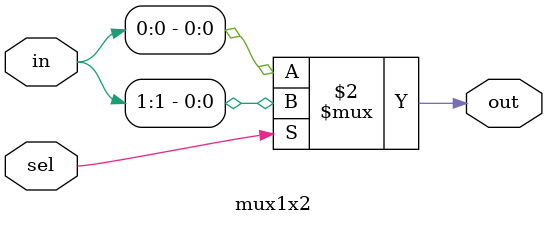
<source format=v>
`timescale 1ns / 1ps


module mux1x2(
    input [1:0] in,
    output wire out,
    input sel
    );
    
    assign out = sel == 0 ? in[0] : in[1];
    
endmodule

</source>
